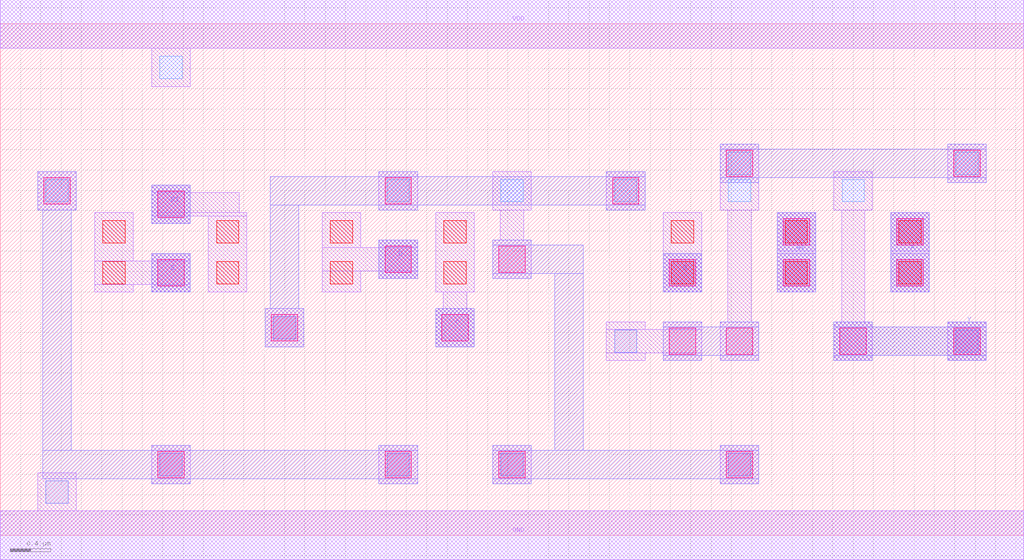
<source format=lef>
MACRO AOAOAI21121
 CLASS CORE ;
 FOREIGN AOAOAI21121 0 0 ;
 SIZE 10.08 BY 5.04 ;
 ORIGIN 0 0 ;
 SYMMETRY X Y R90 ;
 SITE unit ;
  PIN VDD
   DIRECTION INOUT ;
   USE POWER ;
   SHAPE ABUTMENT ;
    PORT
     CLASS CORE ;
       LAYER met1 ;
        RECT 0.00000000 4.80000000 10.08000000 5.28000000 ;
    END
  END VDD

  PIN GND
   DIRECTION INOUT ;
   USE POWER ;
   SHAPE ABUTMENT ;
    PORT
     CLASS CORE ;
       LAYER met1 ;
        RECT 0.00000000 -0.24000000 10.08000000 0.24000000 ;
    END
  END GND

  PIN Y
   DIRECTION INOUT ;
   USE SIGNAL ;
   SHAPE ABUTMENT ;
    PORT
     CLASS CORE ;
       LAYER met2 ;
        RECT 8.21000000 1.72200000 8.59000000 1.77200000 ;
        RECT 9.33000000 1.72200000 9.71000000 1.77200000 ;
        RECT 8.21000000 1.77200000 9.71000000 2.05200000 ;
        RECT 8.21000000 2.05200000 8.59000000 2.10200000 ;
        RECT 9.33000000 2.05200000 9.71000000 2.10200000 ;
    END
  END Y

  PIN A
   DIRECTION INOUT ;
   USE SIGNAL ;
   SHAPE ABUTMENT ;
    PORT
     CLASS CORE ;
       LAYER met2 ;
        RECT 8.77000000 2.39700000 9.15000000 3.18200000 ;
    END
  END A

  PIN A1
   DIRECTION INOUT ;
   USE SIGNAL ;
   SHAPE ABUTMENT ;
    PORT
     CLASS CORE ;
       LAYER met2 ;
        RECT 7.65000000 2.39700000 8.03000000 3.18200000 ;
    END
  END A1

  PIN C
   DIRECTION INOUT ;
   USE SIGNAL ;
   SHAPE ABUTMENT ;
    PORT
     CLASS CORE ;
       LAYER met2 ;
        RECT 4.29000000 1.85700000 4.67000000 2.23700000 ;
    END
  END C

  PIN B
   DIRECTION INOUT ;
   USE SIGNAL ;
   SHAPE ABUTMENT ;
    PORT
     CLASS CORE ;
       LAYER met2 ;
        RECT 6.53000000 2.39700000 6.91000000 2.77700000 ;
    END
  END B

  PIN E
   DIRECTION INOUT ;
   USE SIGNAL ;
   SHAPE ABUTMENT ;
    PORT
     CLASS CORE ;
       LAYER met2 ;
        RECT 1.49000000 2.39700000 1.87000000 2.77700000 ;
    END
  END E

  PIN D
   DIRECTION INOUT ;
   USE SIGNAL ;
   SHAPE ABUTMENT ;
    PORT
     CLASS CORE ;
       LAYER met2 ;
        RECT 3.73000000 2.53200000 4.11000000 2.91200000 ;
    END
  END D

  PIN D1
   DIRECTION INOUT ;
   USE SIGNAL ;
   SHAPE ABUTMENT ;
    PORT
     CLASS CORE ;
       LAYER met2 ;
        RECT 1.49000000 3.07200000 1.87000000 3.45200000 ;
    END
  END D1

 OBS
    LAYER polycont ;
     RECT 1.01000000 2.47700000 1.23000000 2.69700000 ;
     RECT 2.13000000 2.47700000 2.35000000 2.69700000 ;
     RECT 3.25000000 2.47700000 3.47000000 2.69700000 ;
     RECT 4.37000000 2.47700000 4.59000000 2.69700000 ;
     RECT 6.61000000 2.47700000 6.83000000 2.69700000 ;
     RECT 7.73000000 2.47700000 7.95000000 2.69700000 ;
     RECT 8.85000000 2.47700000 9.07000000 2.69700000 ;
     RECT 1.01000000 2.88200000 1.23000000 3.10200000 ;
     RECT 2.13000000 2.88200000 2.35000000 3.10200000 ;
     RECT 3.25000000 2.88200000 3.47000000 3.10200000 ;
     RECT 4.37000000 2.88200000 4.59000000 3.10200000 ;
     RECT 6.61000000 2.88200000 6.83000000 3.10200000 ;
     RECT 7.73000000 2.88200000 7.95000000 3.10200000 ;
     RECT 8.85000000 2.88200000 9.07000000 3.10200000 ;

    LAYER pdiffc ;
     RECT 0.45000000 3.28700000 0.67000000 3.50700000 ;
     RECT 3.81000000 3.28700000 4.03000000 3.50700000 ;
     RECT 4.93000000 3.28700000 5.15000000 3.50700000 ;
     RECT 6.05000000 3.28700000 6.27000000 3.50700000 ;
     RECT 7.17000000 3.28700000 7.39000000 3.50700000 ;
     RECT 8.29000000 3.28700000 8.51000000 3.50700000 ;
     RECT 7.17000000 3.55700000 7.39000000 3.77700000 ;
     RECT 9.41000000 3.55700000 9.63000000 3.77700000 ;
     RECT 1.57000000 4.50200000 1.79000000 4.72200000 ;

    LAYER ndiffc ;
     RECT 0.45000000 0.31700000 0.67000000 0.53700000 ;
     RECT 1.57000000 0.58700000 1.79000000 0.80700000 ;
     RECT 3.81000000 0.58700000 4.03000000 0.80700000 ;
     RECT 4.93000000 0.58700000 5.15000000 0.80700000 ;
     RECT 7.17000000 0.58700000 7.39000000 0.80700000 ;
     RECT 6.05000000 1.80200000 6.27000000 2.02200000 ;
     RECT 9.41000000 1.80200000 9.63000000 2.02200000 ;
     RECT 2.69000000 1.93700000 2.91000000 2.15700000 ;

    LAYER met1 ;
     RECT 0.00000000 -0.24000000 10.08000000 0.24000000 ;
     RECT 0.37000000 0.24000000 0.75000000 0.61700000 ;
     RECT 1.49000000 0.50700000 1.87000000 0.88700000 ;
     RECT 3.73000000 0.50700000 4.11000000 0.88700000 ;
     RECT 4.85000000 0.50700000 5.23000000 0.88700000 ;
     RECT 7.09000000 0.50700000 7.47000000 0.88700000 ;
     RECT 5.97000000 1.72200000 6.35000000 1.79700000 ;
     RECT 6.53000000 1.72200000 6.91000000 1.79700000 ;
     RECT 5.97000000 1.79700000 6.91000000 2.02700000 ;
     RECT 5.97000000 2.02700000 6.35000000 2.10200000 ;
     RECT 6.53000000 2.02700000 6.91000000 2.10200000 ;
     RECT 9.33000000 1.72200000 9.71000000 2.10200000 ;
     RECT 2.61000000 1.85700000 2.99000000 2.23700000 ;
     RECT 7.65000000 2.39700000 8.03000000 2.77700000 ;
     RECT 8.77000000 2.39700000 9.15000000 2.77700000 ;
     RECT 0.93000000 2.39700000 1.31000000 2.47200000 ;
     RECT 1.49000000 2.39700000 1.87000000 2.47200000 ;
     RECT 0.93000000 2.47200000 1.87000000 2.70200000 ;
     RECT 1.49000000 2.70200000 1.87000000 2.77700000 ;
     RECT 0.93000000 2.70200000 1.31000000 3.18200000 ;
     RECT 3.17000000 2.39700000 3.55000000 2.60700000 ;
     RECT 3.73000000 2.53200000 4.11000000 2.60700000 ;
     RECT 3.17000000 2.60700000 4.11000000 2.83700000 ;
     RECT 3.73000000 2.83700000 4.11000000 2.91200000 ;
     RECT 3.17000000 2.83700000 3.55000000 3.18200000 ;
     RECT 4.29000000 1.85700000 4.67000000 2.23700000 ;
     RECT 4.36500000 2.23700000 4.59500000 2.39700000 ;
     RECT 4.29000000 2.39700000 4.67000000 3.18200000 ;
     RECT 6.53000000 2.39700000 6.91000000 3.18200000 ;
     RECT 7.65000000 2.80200000 8.03000000 3.18200000 ;
     RECT 8.77000000 2.80200000 9.15000000 3.18200000 ;
     RECT 1.49000000 3.07200000 1.87000000 3.14700000 ;
     RECT 2.05000000 2.39700000 2.43000000 3.14700000 ;
     RECT 1.49000000 3.14700000 2.43000000 3.18200000 ;
     RECT 1.49000000 3.18200000 2.35500000 3.37700000 ;
     RECT 1.49000000 3.37700000 1.87000000 3.45200000 ;
     RECT 0.37000000 3.20700000 0.75000000 3.58700000 ;
     RECT 3.73000000 3.20700000 4.11000000 3.58700000 ;
     RECT 4.85000000 2.53200000 5.23000000 2.91200000 ;
     RECT 4.92500000 2.91200000 5.15500000 3.20700000 ;
     RECT 4.85000000 3.20700000 5.23000000 3.58700000 ;
     RECT 5.97000000 3.20700000 6.35000000 3.58700000 ;
     RECT 8.21000000 1.72200000 8.59000000 2.10200000 ;
     RECT 8.28500000 2.10200000 8.51500000 3.20700000 ;
     RECT 8.21000000 3.20700000 8.59000000 3.58700000 ;
     RECT 7.09000000 1.72200000 7.47000000 2.10200000 ;
     RECT 7.16500000 2.10200000 7.39500000 3.20700000 ;
     RECT 7.09000000 3.20700000 7.47000000 3.85700000 ;
     RECT 9.33000000 3.47700000 9.71000000 3.85700000 ;
     RECT 1.49000000 4.42200000 1.87000000 4.80000000 ;
     RECT 0.00000000 4.80000000 10.08000000 5.28000000 ;

    LAYER via1 ;
     RECT 1.55000000 0.56700000 1.81000000 0.82700000 ;
     RECT 3.79000000 0.56700000 4.05000000 0.82700000 ;
     RECT 4.91000000 0.56700000 5.17000000 0.82700000 ;
     RECT 7.15000000 0.56700000 7.41000000 0.82700000 ;
     RECT 6.59000000 1.78200000 6.85000000 2.04200000 ;
     RECT 7.15000000 1.78200000 7.41000000 2.04200000 ;
     RECT 8.27000000 1.78200000 8.53000000 2.04200000 ;
     RECT 9.39000000 1.78200000 9.65000000 2.04200000 ;
     RECT 2.67000000 1.91700000 2.93000000 2.17700000 ;
     RECT 4.35000000 1.91700000 4.61000000 2.17700000 ;
     RECT 1.55000000 2.45700000 1.81000000 2.71700000 ;
     RECT 6.59000000 2.45700000 6.85000000 2.71700000 ;
     RECT 7.71000000 2.45700000 7.97000000 2.71700000 ;
     RECT 8.83000000 2.45700000 9.09000000 2.71700000 ;
     RECT 3.79000000 2.59200000 4.05000000 2.85200000 ;
     RECT 4.91000000 2.59200000 5.17000000 2.85200000 ;
     RECT 7.71000000 2.86200000 7.97000000 3.12200000 ;
     RECT 8.83000000 2.86200000 9.09000000 3.12200000 ;
     RECT 1.55000000 3.13200000 1.81000000 3.39200000 ;
     RECT 0.43000000 3.26700000 0.69000000 3.52700000 ;
     RECT 3.79000000 3.26700000 4.05000000 3.52700000 ;
     RECT 6.03000000 3.26700000 6.29000000 3.52700000 ;
     RECT 7.15000000 3.53700000 7.41000000 3.79700000 ;
     RECT 9.39000000 3.53700000 9.65000000 3.79700000 ;

    LAYER met2 ;
     RECT 6.53000000 1.72200000 6.91000000 1.77200000 ;
     RECT 7.09000000 1.72200000 7.47000000 1.77200000 ;
     RECT 6.53000000 1.77200000 7.47000000 2.05200000 ;
     RECT 6.53000000 2.05200000 6.91000000 2.10200000 ;
     RECT 7.09000000 2.05200000 7.47000000 2.10200000 ;
     RECT 8.21000000 1.72200000 8.59000000 1.77200000 ;
     RECT 9.33000000 1.72200000 9.71000000 1.77200000 ;
     RECT 8.21000000 1.77200000 9.71000000 2.05200000 ;
     RECT 8.21000000 2.05200000 8.59000000 2.10200000 ;
     RECT 9.33000000 2.05200000 9.71000000 2.10200000 ;
     RECT 4.29000000 1.85700000 4.67000000 2.23700000 ;
     RECT 1.49000000 2.39700000 1.87000000 2.77700000 ;
     RECT 6.53000000 2.39700000 6.91000000 2.77700000 ;
     RECT 3.73000000 2.53200000 4.11000000 2.91200000 ;
     RECT 4.85000000 0.50700000 5.23000000 0.55700000 ;
     RECT 7.09000000 0.50700000 7.47000000 0.55700000 ;
     RECT 4.85000000 0.55700000 7.47000000 0.83700000 ;
     RECT 4.85000000 0.83700000 5.23000000 0.88700000 ;
     RECT 7.09000000 0.83700000 7.47000000 0.88700000 ;
     RECT 4.85000000 2.53200000 5.23000000 2.58200000 ;
     RECT 5.46000000 0.83700000 5.74000000 2.58200000 ;
     RECT 4.85000000 2.58200000 5.74000000 2.86200000 ;
     RECT 4.85000000 2.86200000 5.23000000 2.91200000 ;
     RECT 7.65000000 2.39700000 8.03000000 3.18200000 ;
     RECT 8.77000000 2.39700000 9.15000000 3.18200000 ;
     RECT 1.49000000 3.07200000 1.87000000 3.45200000 ;
     RECT 1.49000000 0.50700000 1.87000000 0.55700000 ;
     RECT 3.73000000 0.50700000 4.11000000 0.55700000 ;
     RECT 0.42000000 0.55700000 4.11000000 0.83700000 ;
     RECT 1.49000000 0.83700000 1.87000000 0.88700000 ;
     RECT 3.73000000 0.83700000 4.11000000 0.88700000 ;
     RECT 0.42000000 0.83700000 0.70000000 3.20700000 ;
     RECT 0.37000000 3.20700000 0.75000000 3.58700000 ;
     RECT 2.61000000 1.85700000 2.99000000 2.23700000 ;
     RECT 2.66000000 2.23700000 2.94000000 3.25700000 ;
     RECT 3.73000000 3.20700000 4.11000000 3.25700000 ;
     RECT 5.97000000 3.20700000 6.35000000 3.25700000 ;
     RECT 2.66000000 3.25700000 6.35000000 3.53700000 ;
     RECT 3.73000000 3.53700000 4.11000000 3.58700000 ;
     RECT 5.97000000 3.53700000 6.35000000 3.58700000 ;
     RECT 7.09000000 3.47700000 7.47000000 3.52700000 ;
     RECT 9.33000000 3.47700000 9.71000000 3.52700000 ;
     RECT 7.09000000 3.52700000 9.71000000 3.80700000 ;
     RECT 7.09000000 3.80700000 7.47000000 3.85700000 ;
     RECT 9.33000000 3.80700000 9.71000000 3.85700000 ;

 END
END AOAOAI21121

</source>
